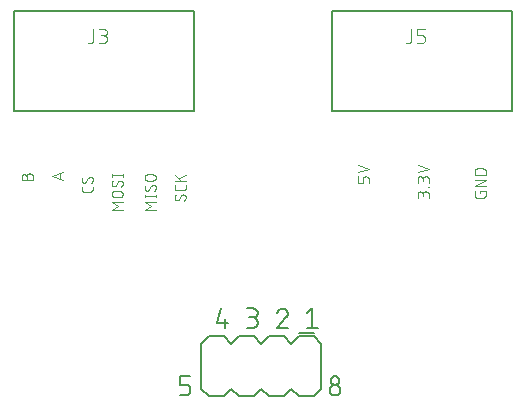
<source format=gbr>
G04 EAGLE Gerber RS-274X export*
G75*
%MOMM*%
%FSLAX34Y34*%
%LPD*%
%INSilkscreen Top*%
%IPPOS*%
%AMOC8*
5,1,8,0,0,1.08239X$1,22.5*%
G01*
%ADD10C,0.152400*%
%ADD11C,0.076200*%
%ADD12C,0.200000*%
%ADD13C,0.101600*%
%ADD14C,0.203200*%


D10*
X280162Y83256D02*
X284678Y86868D01*
X284678Y70612D01*
X289193Y70612D02*
X280162Y70612D01*
X263793Y82804D02*
X263791Y82929D01*
X263785Y83054D01*
X263776Y83179D01*
X263762Y83303D01*
X263745Y83427D01*
X263724Y83551D01*
X263699Y83673D01*
X263670Y83795D01*
X263638Y83916D01*
X263602Y84036D01*
X263562Y84155D01*
X263519Y84272D01*
X263472Y84388D01*
X263421Y84503D01*
X263367Y84615D01*
X263309Y84727D01*
X263249Y84836D01*
X263184Y84943D01*
X263117Y85049D01*
X263046Y85152D01*
X262972Y85253D01*
X262895Y85352D01*
X262815Y85448D01*
X262732Y85542D01*
X262647Y85633D01*
X262558Y85722D01*
X262467Y85807D01*
X262373Y85890D01*
X262277Y85970D01*
X262178Y86047D01*
X262077Y86121D01*
X261974Y86192D01*
X261868Y86259D01*
X261761Y86324D01*
X261652Y86384D01*
X261540Y86442D01*
X261428Y86496D01*
X261313Y86547D01*
X261197Y86594D01*
X261080Y86637D01*
X260961Y86677D01*
X260841Y86713D01*
X260720Y86745D01*
X260598Y86774D01*
X260476Y86799D01*
X260352Y86820D01*
X260228Y86837D01*
X260104Y86851D01*
X259979Y86860D01*
X259854Y86866D01*
X259729Y86868D01*
X259586Y86866D01*
X259444Y86860D01*
X259301Y86850D01*
X259159Y86837D01*
X259018Y86819D01*
X258876Y86798D01*
X258736Y86773D01*
X258596Y86744D01*
X258457Y86711D01*
X258319Y86674D01*
X258182Y86634D01*
X258047Y86590D01*
X257912Y86542D01*
X257779Y86490D01*
X257647Y86435D01*
X257517Y86376D01*
X257389Y86314D01*
X257262Y86248D01*
X257137Y86179D01*
X257014Y86107D01*
X256894Y86031D01*
X256775Y85952D01*
X256658Y85869D01*
X256544Y85784D01*
X256432Y85695D01*
X256323Y85604D01*
X256216Y85509D01*
X256111Y85412D01*
X256010Y85311D01*
X255911Y85208D01*
X255815Y85103D01*
X255722Y84994D01*
X255632Y84883D01*
X255545Y84770D01*
X255461Y84655D01*
X255381Y84537D01*
X255303Y84417D01*
X255229Y84295D01*
X255159Y84171D01*
X255091Y84045D01*
X255028Y83917D01*
X254967Y83788D01*
X254910Y83657D01*
X254857Y83525D01*
X254808Y83391D01*
X254762Y83256D01*
X262438Y79643D02*
X262532Y79735D01*
X262622Y79829D01*
X262710Y79926D01*
X262795Y80026D01*
X262877Y80128D01*
X262956Y80233D01*
X263031Y80340D01*
X263103Y80449D01*
X263172Y80560D01*
X263238Y80674D01*
X263300Y80789D01*
X263359Y80906D01*
X263414Y81025D01*
X263465Y81145D01*
X263513Y81267D01*
X263558Y81390D01*
X263598Y81514D01*
X263635Y81640D01*
X263668Y81767D01*
X263697Y81894D01*
X263723Y82023D01*
X263744Y82152D01*
X263762Y82282D01*
X263775Y82412D01*
X263785Y82542D01*
X263791Y82673D01*
X263793Y82804D01*
X262438Y79643D02*
X254762Y70612D01*
X263793Y70612D01*
X233878Y70612D02*
X229362Y70612D01*
X233878Y70612D02*
X234011Y70614D01*
X234143Y70620D01*
X234275Y70630D01*
X234407Y70643D01*
X234539Y70661D01*
X234669Y70682D01*
X234800Y70707D01*
X234929Y70736D01*
X235057Y70769D01*
X235185Y70805D01*
X235311Y70845D01*
X235436Y70889D01*
X235560Y70937D01*
X235682Y70988D01*
X235803Y71043D01*
X235922Y71101D01*
X236040Y71163D01*
X236155Y71228D01*
X236269Y71297D01*
X236380Y71368D01*
X236489Y71444D01*
X236596Y71522D01*
X236701Y71603D01*
X236803Y71688D01*
X236903Y71775D01*
X237000Y71865D01*
X237095Y71958D01*
X237186Y72054D01*
X237275Y72152D01*
X237361Y72253D01*
X237444Y72357D01*
X237524Y72463D01*
X237600Y72571D01*
X237674Y72681D01*
X237744Y72794D01*
X237811Y72908D01*
X237874Y73025D01*
X237934Y73143D01*
X237991Y73263D01*
X238044Y73385D01*
X238093Y73508D01*
X238139Y73632D01*
X238181Y73758D01*
X238219Y73885D01*
X238254Y74013D01*
X238285Y74142D01*
X238312Y74271D01*
X238335Y74402D01*
X238355Y74533D01*
X238370Y74665D01*
X238382Y74797D01*
X238390Y74929D01*
X238394Y75062D01*
X238394Y75194D01*
X238390Y75327D01*
X238382Y75459D01*
X238370Y75591D01*
X238355Y75723D01*
X238335Y75854D01*
X238312Y75985D01*
X238285Y76114D01*
X238254Y76243D01*
X238219Y76371D01*
X238181Y76498D01*
X238139Y76624D01*
X238093Y76748D01*
X238044Y76871D01*
X237991Y76993D01*
X237934Y77113D01*
X237874Y77231D01*
X237811Y77348D01*
X237744Y77462D01*
X237674Y77575D01*
X237600Y77685D01*
X237524Y77793D01*
X237444Y77899D01*
X237361Y78003D01*
X237275Y78104D01*
X237186Y78202D01*
X237095Y78298D01*
X237000Y78391D01*
X236903Y78481D01*
X236803Y78568D01*
X236701Y78653D01*
X236596Y78734D01*
X236489Y78812D01*
X236380Y78888D01*
X236269Y78959D01*
X236155Y79028D01*
X236040Y79093D01*
X235922Y79155D01*
X235803Y79213D01*
X235682Y79268D01*
X235560Y79319D01*
X235436Y79367D01*
X235311Y79411D01*
X235185Y79451D01*
X235057Y79487D01*
X234929Y79520D01*
X234800Y79549D01*
X234669Y79574D01*
X234539Y79595D01*
X234407Y79613D01*
X234275Y79626D01*
X234143Y79636D01*
X234011Y79642D01*
X233878Y79644D01*
X234781Y86868D02*
X229362Y86868D01*
X234781Y86868D02*
X234900Y86866D01*
X235020Y86860D01*
X235139Y86850D01*
X235257Y86836D01*
X235376Y86819D01*
X235493Y86797D01*
X235610Y86772D01*
X235725Y86742D01*
X235840Y86709D01*
X235954Y86672D01*
X236066Y86632D01*
X236177Y86587D01*
X236286Y86539D01*
X236394Y86488D01*
X236500Y86433D01*
X236604Y86374D01*
X236706Y86312D01*
X236806Y86247D01*
X236904Y86178D01*
X237000Y86106D01*
X237093Y86031D01*
X237183Y85954D01*
X237271Y85873D01*
X237356Y85789D01*
X237438Y85702D01*
X237518Y85613D01*
X237594Y85521D01*
X237668Y85427D01*
X237738Y85330D01*
X237805Y85232D01*
X237869Y85131D01*
X237929Y85027D01*
X237986Y84922D01*
X238039Y84815D01*
X238089Y84707D01*
X238135Y84597D01*
X238177Y84485D01*
X238216Y84372D01*
X238251Y84258D01*
X238282Y84143D01*
X238310Y84026D01*
X238333Y83909D01*
X238353Y83792D01*
X238369Y83673D01*
X238381Y83554D01*
X238389Y83435D01*
X238393Y83316D01*
X238393Y83196D01*
X238389Y83077D01*
X238381Y82958D01*
X238369Y82839D01*
X238353Y82720D01*
X238333Y82603D01*
X238310Y82486D01*
X238282Y82369D01*
X238251Y82254D01*
X238216Y82140D01*
X238177Y82027D01*
X238135Y81915D01*
X238089Y81805D01*
X238039Y81697D01*
X237986Y81590D01*
X237929Y81485D01*
X237869Y81381D01*
X237805Y81280D01*
X237738Y81182D01*
X237668Y81085D01*
X237594Y80991D01*
X237518Y80899D01*
X237438Y80810D01*
X237356Y80723D01*
X237271Y80639D01*
X237183Y80558D01*
X237093Y80481D01*
X237000Y80406D01*
X236904Y80334D01*
X236806Y80265D01*
X236706Y80200D01*
X236604Y80138D01*
X236500Y80079D01*
X236394Y80024D01*
X236286Y79973D01*
X236177Y79925D01*
X236066Y79880D01*
X235954Y79840D01*
X235840Y79803D01*
X235725Y79770D01*
X235610Y79740D01*
X235493Y79715D01*
X235376Y79693D01*
X235257Y79676D01*
X235139Y79662D01*
X235020Y79652D01*
X234900Y79646D01*
X234781Y79644D01*
X234781Y79643D02*
X231168Y79643D01*
X207574Y86868D02*
X203962Y74224D01*
X212993Y74224D01*
X210284Y77837D02*
X210284Y70612D01*
X177631Y13462D02*
X172212Y13462D01*
X177631Y13462D02*
X177749Y13464D01*
X177867Y13470D01*
X177985Y13479D01*
X178102Y13493D01*
X178219Y13510D01*
X178336Y13531D01*
X178451Y13556D01*
X178566Y13585D01*
X178680Y13618D01*
X178792Y13654D01*
X178903Y13694D01*
X179013Y13737D01*
X179122Y13784D01*
X179229Y13834D01*
X179334Y13889D01*
X179437Y13946D01*
X179538Y14007D01*
X179638Y14071D01*
X179735Y14138D01*
X179830Y14208D01*
X179922Y14282D01*
X180013Y14358D01*
X180100Y14438D01*
X180185Y14520D01*
X180267Y14605D01*
X180347Y14692D01*
X180423Y14783D01*
X180497Y14875D01*
X180567Y14970D01*
X180634Y15067D01*
X180698Y15167D01*
X180759Y15268D01*
X180816Y15371D01*
X180871Y15476D01*
X180921Y15583D01*
X180968Y15692D01*
X181011Y15802D01*
X181051Y15913D01*
X181087Y16025D01*
X181120Y16139D01*
X181149Y16254D01*
X181174Y16369D01*
X181195Y16486D01*
X181212Y16603D01*
X181226Y16720D01*
X181235Y16838D01*
X181241Y16956D01*
X181243Y17074D01*
X181243Y18881D01*
X181241Y18999D01*
X181235Y19117D01*
X181226Y19235D01*
X181212Y19352D01*
X181195Y19469D01*
X181174Y19586D01*
X181149Y19701D01*
X181120Y19816D01*
X181087Y19930D01*
X181051Y20042D01*
X181011Y20153D01*
X180968Y20263D01*
X180921Y20372D01*
X180871Y20479D01*
X180816Y20584D01*
X180759Y20687D01*
X180698Y20788D01*
X180634Y20888D01*
X180567Y20985D01*
X180497Y21080D01*
X180423Y21172D01*
X180347Y21263D01*
X180267Y21350D01*
X180185Y21435D01*
X180100Y21517D01*
X180013Y21597D01*
X179922Y21673D01*
X179830Y21747D01*
X179735Y21817D01*
X179638Y21884D01*
X179538Y21948D01*
X179437Y22009D01*
X179334Y22066D01*
X179229Y22121D01*
X179122Y22171D01*
X179013Y22218D01*
X178903Y22261D01*
X178792Y22301D01*
X178680Y22337D01*
X178566Y22370D01*
X178451Y22399D01*
X178336Y22424D01*
X178219Y22445D01*
X178102Y22462D01*
X177985Y22476D01*
X177867Y22485D01*
X177749Y22491D01*
X177631Y22493D01*
X172212Y22493D01*
X172212Y29718D01*
X181243Y29718D01*
X299212Y17978D02*
X299214Y18111D01*
X299220Y18243D01*
X299230Y18375D01*
X299243Y18507D01*
X299261Y18639D01*
X299282Y18769D01*
X299307Y18900D01*
X299336Y19029D01*
X299369Y19157D01*
X299405Y19285D01*
X299445Y19411D01*
X299489Y19536D01*
X299537Y19660D01*
X299588Y19782D01*
X299643Y19903D01*
X299701Y20022D01*
X299763Y20140D01*
X299828Y20255D01*
X299897Y20369D01*
X299968Y20480D01*
X300044Y20589D01*
X300122Y20696D01*
X300203Y20801D01*
X300288Y20903D01*
X300375Y21003D01*
X300465Y21100D01*
X300558Y21195D01*
X300654Y21286D01*
X300752Y21375D01*
X300853Y21461D01*
X300957Y21544D01*
X301063Y21624D01*
X301171Y21700D01*
X301281Y21774D01*
X301394Y21844D01*
X301508Y21911D01*
X301625Y21974D01*
X301743Y22034D01*
X301863Y22091D01*
X301985Y22144D01*
X302108Y22193D01*
X302232Y22239D01*
X302358Y22281D01*
X302485Y22319D01*
X302613Y22354D01*
X302742Y22385D01*
X302871Y22412D01*
X303002Y22435D01*
X303133Y22455D01*
X303265Y22470D01*
X303397Y22482D01*
X303529Y22490D01*
X303662Y22494D01*
X303794Y22494D01*
X303927Y22490D01*
X304059Y22482D01*
X304191Y22470D01*
X304323Y22455D01*
X304454Y22435D01*
X304585Y22412D01*
X304714Y22385D01*
X304843Y22354D01*
X304971Y22319D01*
X305098Y22281D01*
X305224Y22239D01*
X305348Y22193D01*
X305471Y22144D01*
X305593Y22091D01*
X305713Y22034D01*
X305831Y21974D01*
X305948Y21911D01*
X306062Y21844D01*
X306175Y21774D01*
X306285Y21700D01*
X306393Y21624D01*
X306499Y21544D01*
X306603Y21461D01*
X306704Y21375D01*
X306802Y21286D01*
X306898Y21195D01*
X306991Y21100D01*
X307081Y21003D01*
X307168Y20903D01*
X307253Y20801D01*
X307334Y20696D01*
X307412Y20589D01*
X307488Y20480D01*
X307559Y20369D01*
X307628Y20255D01*
X307693Y20140D01*
X307755Y20022D01*
X307813Y19903D01*
X307868Y19782D01*
X307919Y19660D01*
X307967Y19536D01*
X308011Y19411D01*
X308051Y19285D01*
X308087Y19157D01*
X308120Y19029D01*
X308149Y18900D01*
X308174Y18769D01*
X308195Y18639D01*
X308213Y18507D01*
X308226Y18375D01*
X308236Y18243D01*
X308242Y18111D01*
X308244Y17978D01*
X308242Y17845D01*
X308236Y17713D01*
X308226Y17581D01*
X308213Y17449D01*
X308195Y17317D01*
X308174Y17187D01*
X308149Y17056D01*
X308120Y16927D01*
X308087Y16799D01*
X308051Y16671D01*
X308011Y16545D01*
X307967Y16420D01*
X307919Y16296D01*
X307868Y16174D01*
X307813Y16053D01*
X307755Y15934D01*
X307693Y15816D01*
X307628Y15701D01*
X307559Y15587D01*
X307488Y15476D01*
X307412Y15367D01*
X307334Y15260D01*
X307253Y15155D01*
X307168Y15053D01*
X307081Y14953D01*
X306991Y14856D01*
X306898Y14761D01*
X306802Y14670D01*
X306704Y14581D01*
X306603Y14495D01*
X306499Y14412D01*
X306393Y14332D01*
X306285Y14256D01*
X306175Y14182D01*
X306062Y14112D01*
X305948Y14045D01*
X305831Y13982D01*
X305713Y13922D01*
X305593Y13865D01*
X305471Y13812D01*
X305348Y13763D01*
X305224Y13717D01*
X305098Y13675D01*
X304971Y13637D01*
X304843Y13602D01*
X304714Y13571D01*
X304585Y13544D01*
X304454Y13521D01*
X304323Y13501D01*
X304191Y13486D01*
X304059Y13474D01*
X303927Y13466D01*
X303794Y13462D01*
X303662Y13462D01*
X303529Y13466D01*
X303397Y13474D01*
X303265Y13486D01*
X303133Y13501D01*
X303002Y13521D01*
X302871Y13544D01*
X302742Y13571D01*
X302613Y13602D01*
X302485Y13637D01*
X302358Y13675D01*
X302232Y13717D01*
X302108Y13763D01*
X301985Y13812D01*
X301863Y13865D01*
X301743Y13922D01*
X301625Y13982D01*
X301508Y14045D01*
X301394Y14112D01*
X301281Y14182D01*
X301171Y14256D01*
X301063Y14332D01*
X300957Y14412D01*
X300853Y14495D01*
X300752Y14581D01*
X300654Y14670D01*
X300558Y14761D01*
X300465Y14856D01*
X300375Y14953D01*
X300288Y15053D01*
X300203Y15155D01*
X300122Y15260D01*
X300044Y15367D01*
X299968Y15476D01*
X299897Y15587D01*
X299828Y15701D01*
X299763Y15816D01*
X299701Y15934D01*
X299643Y16053D01*
X299588Y16174D01*
X299537Y16296D01*
X299489Y16420D01*
X299445Y16545D01*
X299405Y16671D01*
X299369Y16799D01*
X299336Y16927D01*
X299307Y17056D01*
X299282Y17187D01*
X299261Y17317D01*
X299243Y17449D01*
X299230Y17581D01*
X299220Y17713D01*
X299214Y17845D01*
X299212Y17978D01*
X300116Y26106D02*
X300118Y26225D01*
X300124Y26345D01*
X300134Y26464D01*
X300148Y26582D01*
X300165Y26701D01*
X300187Y26818D01*
X300212Y26935D01*
X300242Y27050D01*
X300275Y27165D01*
X300312Y27279D01*
X300352Y27391D01*
X300397Y27502D01*
X300445Y27611D01*
X300496Y27719D01*
X300551Y27825D01*
X300610Y27929D01*
X300672Y28031D01*
X300737Y28131D01*
X300806Y28229D01*
X300878Y28325D01*
X300953Y28418D01*
X301030Y28508D01*
X301111Y28596D01*
X301195Y28681D01*
X301282Y28763D01*
X301371Y28843D01*
X301463Y28919D01*
X301557Y28993D01*
X301654Y29063D01*
X301752Y29130D01*
X301853Y29194D01*
X301957Y29254D01*
X302062Y29311D01*
X302169Y29364D01*
X302277Y29414D01*
X302387Y29460D01*
X302499Y29502D01*
X302612Y29541D01*
X302726Y29576D01*
X302841Y29607D01*
X302958Y29635D01*
X303075Y29658D01*
X303192Y29678D01*
X303311Y29694D01*
X303430Y29706D01*
X303549Y29714D01*
X303668Y29718D01*
X303788Y29718D01*
X303907Y29714D01*
X304026Y29706D01*
X304145Y29694D01*
X304264Y29678D01*
X304381Y29658D01*
X304498Y29635D01*
X304615Y29607D01*
X304730Y29576D01*
X304844Y29541D01*
X304957Y29502D01*
X305069Y29460D01*
X305179Y29414D01*
X305287Y29364D01*
X305394Y29311D01*
X305499Y29254D01*
X305603Y29194D01*
X305704Y29130D01*
X305802Y29063D01*
X305899Y28993D01*
X305993Y28919D01*
X306085Y28843D01*
X306174Y28763D01*
X306261Y28681D01*
X306345Y28596D01*
X306426Y28508D01*
X306503Y28418D01*
X306578Y28325D01*
X306650Y28229D01*
X306719Y28131D01*
X306784Y28031D01*
X306846Y27929D01*
X306905Y27825D01*
X306960Y27719D01*
X307011Y27611D01*
X307059Y27502D01*
X307104Y27391D01*
X307144Y27279D01*
X307181Y27165D01*
X307214Y27050D01*
X307244Y26935D01*
X307269Y26818D01*
X307291Y26701D01*
X307308Y26582D01*
X307322Y26464D01*
X307332Y26345D01*
X307338Y26225D01*
X307340Y26106D01*
X307338Y25987D01*
X307332Y25867D01*
X307322Y25748D01*
X307308Y25630D01*
X307291Y25511D01*
X307269Y25394D01*
X307244Y25277D01*
X307214Y25162D01*
X307181Y25047D01*
X307144Y24933D01*
X307104Y24821D01*
X307059Y24710D01*
X307011Y24601D01*
X306960Y24493D01*
X306905Y24387D01*
X306846Y24283D01*
X306784Y24181D01*
X306719Y24081D01*
X306650Y23983D01*
X306578Y23887D01*
X306503Y23794D01*
X306426Y23704D01*
X306345Y23616D01*
X306261Y23531D01*
X306174Y23449D01*
X306085Y23369D01*
X305993Y23293D01*
X305899Y23219D01*
X305802Y23149D01*
X305704Y23082D01*
X305603Y23018D01*
X305499Y22958D01*
X305394Y22901D01*
X305287Y22848D01*
X305179Y22798D01*
X305069Y22752D01*
X304957Y22710D01*
X304844Y22671D01*
X304730Y22636D01*
X304615Y22605D01*
X304498Y22577D01*
X304381Y22554D01*
X304264Y22534D01*
X304145Y22518D01*
X304026Y22506D01*
X303907Y22498D01*
X303788Y22494D01*
X303668Y22494D01*
X303549Y22498D01*
X303430Y22506D01*
X303311Y22518D01*
X303192Y22534D01*
X303075Y22554D01*
X302958Y22577D01*
X302841Y22605D01*
X302726Y22636D01*
X302612Y22671D01*
X302499Y22710D01*
X302387Y22752D01*
X302277Y22798D01*
X302169Y22848D01*
X302062Y22901D01*
X301957Y22958D01*
X301853Y23018D01*
X301752Y23082D01*
X301654Y23149D01*
X301557Y23219D01*
X301463Y23293D01*
X301371Y23369D01*
X301282Y23449D01*
X301195Y23531D01*
X301111Y23616D01*
X301030Y23704D01*
X300953Y23794D01*
X300878Y23887D01*
X300806Y23983D01*
X300737Y24081D01*
X300672Y24181D01*
X300610Y24283D01*
X300551Y24387D01*
X300496Y24493D01*
X300445Y24601D01*
X300397Y24710D01*
X300352Y24821D01*
X300312Y24933D01*
X300275Y25047D01*
X300242Y25162D01*
X300212Y25277D01*
X300187Y25394D01*
X300165Y25511D01*
X300148Y25630D01*
X300134Y25748D01*
X300124Y25867D01*
X300118Y25987D01*
X300116Y26106D01*
D11*
X42658Y195961D02*
X42658Y198572D01*
X42657Y198572D02*
X42659Y198673D01*
X42665Y198774D01*
X42675Y198875D01*
X42688Y198975D01*
X42706Y199075D01*
X42727Y199174D01*
X42753Y199272D01*
X42782Y199369D01*
X42814Y199465D01*
X42851Y199559D01*
X42891Y199652D01*
X42935Y199744D01*
X42982Y199833D01*
X43033Y199921D01*
X43087Y200007D01*
X43144Y200090D01*
X43204Y200172D01*
X43268Y200250D01*
X43334Y200327D01*
X43404Y200400D01*
X43476Y200471D01*
X43551Y200539D01*
X43629Y200604D01*
X43709Y200666D01*
X43791Y200725D01*
X43876Y200781D01*
X43963Y200833D01*
X44051Y200882D01*
X44142Y200928D01*
X44234Y200969D01*
X44328Y201008D01*
X44423Y201042D01*
X44519Y201073D01*
X44617Y201100D01*
X44715Y201124D01*
X44815Y201143D01*
X44915Y201159D01*
X45015Y201171D01*
X45116Y201179D01*
X45217Y201183D01*
X45319Y201183D01*
X45420Y201179D01*
X45521Y201171D01*
X45621Y201159D01*
X45721Y201143D01*
X45821Y201124D01*
X45919Y201100D01*
X46017Y201073D01*
X46113Y201042D01*
X46208Y201008D01*
X46302Y200969D01*
X46394Y200928D01*
X46485Y200882D01*
X46574Y200833D01*
X46660Y200781D01*
X46745Y200725D01*
X46827Y200666D01*
X46907Y200604D01*
X46985Y200539D01*
X47060Y200471D01*
X47132Y200400D01*
X47202Y200327D01*
X47268Y200250D01*
X47332Y200172D01*
X47392Y200090D01*
X47449Y200007D01*
X47503Y199921D01*
X47554Y199833D01*
X47601Y199744D01*
X47645Y199652D01*
X47685Y199559D01*
X47722Y199465D01*
X47754Y199369D01*
X47783Y199272D01*
X47809Y199174D01*
X47830Y199075D01*
X47848Y198975D01*
X47861Y198875D01*
X47871Y198774D01*
X47877Y198673D01*
X47879Y198572D01*
X47879Y195961D01*
X38481Y195961D01*
X38481Y198572D01*
X38483Y198662D01*
X38489Y198751D01*
X38498Y198841D01*
X38512Y198930D01*
X38529Y199018D01*
X38550Y199105D01*
X38575Y199192D01*
X38604Y199277D01*
X38636Y199361D01*
X38671Y199443D01*
X38711Y199524D01*
X38753Y199603D01*
X38799Y199680D01*
X38849Y199755D01*
X38901Y199828D01*
X38957Y199899D01*
X39015Y199967D01*
X39077Y200032D01*
X39141Y200095D01*
X39208Y200155D01*
X39277Y200212D01*
X39349Y200266D01*
X39423Y200317D01*
X39499Y200365D01*
X39577Y200409D01*
X39657Y200450D01*
X39739Y200488D01*
X39822Y200522D01*
X39907Y200552D01*
X39993Y200579D01*
X40079Y200602D01*
X40167Y200621D01*
X40256Y200636D01*
X40345Y200648D01*
X40434Y200656D01*
X40524Y200660D01*
X40614Y200660D01*
X40704Y200656D01*
X40793Y200648D01*
X40882Y200636D01*
X40971Y200621D01*
X41059Y200602D01*
X41145Y200579D01*
X41231Y200552D01*
X41316Y200522D01*
X41399Y200488D01*
X41481Y200450D01*
X41561Y200409D01*
X41639Y200365D01*
X41715Y200317D01*
X41789Y200266D01*
X41861Y200212D01*
X41930Y200155D01*
X41997Y200095D01*
X42061Y200032D01*
X42123Y199967D01*
X42181Y199899D01*
X42237Y199828D01*
X42289Y199755D01*
X42339Y199680D01*
X42385Y199603D01*
X42427Y199524D01*
X42467Y199443D01*
X42502Y199361D01*
X42534Y199277D01*
X42563Y199192D01*
X42588Y199105D01*
X42609Y199018D01*
X42626Y198930D01*
X42640Y198841D01*
X42649Y198751D01*
X42655Y198662D01*
X42657Y198572D01*
X63881Y199094D02*
X73279Y195961D01*
X73279Y202226D02*
X63881Y199094D01*
X70930Y201443D02*
X70930Y196744D01*
X98679Y189978D02*
X98679Y187889D01*
X98677Y187800D01*
X98671Y187712D01*
X98662Y187624D01*
X98649Y187536D01*
X98632Y187449D01*
X98612Y187363D01*
X98587Y187278D01*
X98560Y187193D01*
X98528Y187110D01*
X98494Y187029D01*
X98455Y186949D01*
X98414Y186871D01*
X98369Y186794D01*
X98321Y186720D01*
X98270Y186647D01*
X98216Y186577D01*
X98158Y186510D01*
X98098Y186444D01*
X98036Y186382D01*
X97970Y186322D01*
X97903Y186264D01*
X97833Y186210D01*
X97760Y186159D01*
X97686Y186111D01*
X97609Y186066D01*
X97531Y186025D01*
X97451Y185986D01*
X97370Y185952D01*
X97287Y185920D01*
X97202Y185893D01*
X97117Y185868D01*
X97031Y185848D01*
X96944Y185831D01*
X96856Y185818D01*
X96768Y185809D01*
X96680Y185803D01*
X96591Y185801D01*
X91369Y185801D01*
X91278Y185803D01*
X91187Y185809D01*
X91096Y185819D01*
X91006Y185833D01*
X90917Y185851D01*
X90828Y185872D01*
X90741Y185898D01*
X90655Y185927D01*
X90570Y185960D01*
X90486Y185997D01*
X90404Y186037D01*
X90325Y186081D01*
X90247Y186128D01*
X90171Y186179D01*
X90097Y186233D01*
X90026Y186290D01*
X89958Y186350D01*
X89892Y186413D01*
X89829Y186479D01*
X89769Y186547D01*
X89712Y186618D01*
X89658Y186692D01*
X89607Y186768D01*
X89560Y186845D01*
X89516Y186925D01*
X89476Y187007D01*
X89439Y187091D01*
X89406Y187175D01*
X89377Y187262D01*
X89351Y187349D01*
X89330Y187438D01*
X89312Y187527D01*
X89298Y187617D01*
X89288Y187708D01*
X89282Y187799D01*
X89280Y187890D01*
X89281Y187889D02*
X89281Y189978D01*
X96591Y198363D02*
X96680Y198361D01*
X96768Y198355D01*
X96856Y198346D01*
X96944Y198333D01*
X97031Y198316D01*
X97117Y198296D01*
X97202Y198271D01*
X97287Y198244D01*
X97370Y198212D01*
X97451Y198178D01*
X97531Y198139D01*
X97609Y198098D01*
X97686Y198053D01*
X97760Y198005D01*
X97833Y197954D01*
X97903Y197900D01*
X97970Y197842D01*
X98036Y197782D01*
X98098Y197720D01*
X98158Y197654D01*
X98216Y197587D01*
X98270Y197517D01*
X98321Y197444D01*
X98369Y197370D01*
X98414Y197293D01*
X98455Y197215D01*
X98494Y197135D01*
X98528Y197054D01*
X98560Y196971D01*
X98587Y196886D01*
X98612Y196801D01*
X98632Y196715D01*
X98649Y196628D01*
X98662Y196540D01*
X98671Y196452D01*
X98677Y196364D01*
X98679Y196275D01*
X98677Y196146D01*
X98671Y196017D01*
X98662Y195888D01*
X98649Y195760D01*
X98632Y195632D01*
X98611Y195505D01*
X98587Y195378D01*
X98559Y195252D01*
X98527Y195127D01*
X98492Y195003D01*
X98453Y194880D01*
X98410Y194758D01*
X98364Y194638D01*
X98314Y194519D01*
X98261Y194401D01*
X98205Y194285D01*
X98145Y194171D01*
X98082Y194058D01*
X98015Y193948D01*
X97946Y193839D01*
X97873Y193733D01*
X97797Y193628D01*
X97718Y193526D01*
X97636Y193427D01*
X97552Y193329D01*
X97464Y193234D01*
X97374Y193142D01*
X91369Y193403D02*
X91280Y193405D01*
X91192Y193411D01*
X91104Y193420D01*
X91016Y193433D01*
X90929Y193450D01*
X90843Y193470D01*
X90758Y193495D01*
X90673Y193522D01*
X90590Y193554D01*
X90509Y193588D01*
X90429Y193627D01*
X90351Y193668D01*
X90274Y193713D01*
X90200Y193761D01*
X90127Y193812D01*
X90057Y193866D01*
X89990Y193924D01*
X89924Y193984D01*
X89862Y194046D01*
X89802Y194112D01*
X89744Y194179D01*
X89690Y194249D01*
X89639Y194322D01*
X89591Y194396D01*
X89546Y194473D01*
X89505Y194551D01*
X89466Y194631D01*
X89432Y194712D01*
X89400Y194795D01*
X89373Y194880D01*
X89348Y194965D01*
X89328Y195051D01*
X89311Y195138D01*
X89298Y195226D01*
X89289Y195314D01*
X89283Y195402D01*
X89281Y195491D01*
X89283Y195611D01*
X89288Y195731D01*
X89298Y195850D01*
X89310Y195970D01*
X89327Y196089D01*
X89347Y196207D01*
X89371Y196325D01*
X89398Y196441D01*
X89429Y196557D01*
X89463Y196672D01*
X89501Y196786D01*
X89543Y196899D01*
X89588Y197010D01*
X89636Y197120D01*
X89687Y197228D01*
X89742Y197335D01*
X89800Y197440D01*
X89862Y197543D01*
X89926Y197644D01*
X89994Y197744D01*
X90064Y197841D01*
X93196Y194447D02*
X93148Y194369D01*
X93096Y194293D01*
X93042Y194220D01*
X92984Y194149D01*
X92923Y194080D01*
X92859Y194014D01*
X92792Y193951D01*
X92723Y193891D01*
X92651Y193834D01*
X92577Y193780D01*
X92500Y193730D01*
X92421Y193682D01*
X92341Y193639D01*
X92258Y193598D01*
X92174Y193562D01*
X92089Y193529D01*
X92002Y193500D01*
X91913Y193474D01*
X91824Y193452D01*
X91734Y193435D01*
X91644Y193421D01*
X91552Y193411D01*
X91461Y193405D01*
X91369Y193403D01*
X94764Y197319D02*
X94812Y197397D01*
X94864Y197473D01*
X94918Y197546D01*
X94976Y197617D01*
X95037Y197686D01*
X95101Y197752D01*
X95168Y197815D01*
X95237Y197875D01*
X95309Y197932D01*
X95383Y197986D01*
X95460Y198036D01*
X95539Y198084D01*
X95619Y198127D01*
X95702Y198168D01*
X95786Y198204D01*
X95871Y198237D01*
X95958Y198266D01*
X96047Y198292D01*
X96136Y198314D01*
X96226Y198331D01*
X96316Y198345D01*
X96408Y198355D01*
X96499Y198361D01*
X96591Y198363D01*
X94763Y197319D02*
X93197Y194447D01*
X114681Y170561D02*
X124079Y170561D01*
X119902Y173694D02*
X114681Y170561D01*
X119902Y173694D02*
X114681Y176826D01*
X124079Y176826D01*
X121468Y181141D02*
X117292Y181141D01*
X117191Y181143D01*
X117090Y181149D01*
X116989Y181159D01*
X116889Y181172D01*
X116789Y181190D01*
X116690Y181211D01*
X116592Y181237D01*
X116495Y181266D01*
X116399Y181298D01*
X116305Y181335D01*
X116212Y181375D01*
X116120Y181419D01*
X116031Y181466D01*
X115943Y181517D01*
X115857Y181571D01*
X115774Y181628D01*
X115692Y181688D01*
X115614Y181752D01*
X115537Y181818D01*
X115464Y181888D01*
X115393Y181960D01*
X115325Y182035D01*
X115260Y182113D01*
X115198Y182193D01*
X115139Y182275D01*
X115083Y182360D01*
X115031Y182447D01*
X114982Y182535D01*
X114936Y182626D01*
X114895Y182718D01*
X114856Y182812D01*
X114822Y182907D01*
X114791Y183003D01*
X114764Y183101D01*
X114740Y183199D01*
X114721Y183299D01*
X114705Y183399D01*
X114693Y183499D01*
X114685Y183600D01*
X114681Y183701D01*
X114681Y183803D01*
X114685Y183904D01*
X114693Y184005D01*
X114705Y184105D01*
X114721Y184205D01*
X114740Y184305D01*
X114764Y184403D01*
X114791Y184501D01*
X114822Y184597D01*
X114856Y184692D01*
X114895Y184786D01*
X114936Y184878D01*
X114982Y184969D01*
X115031Y185058D01*
X115083Y185144D01*
X115139Y185229D01*
X115198Y185311D01*
X115260Y185391D01*
X115325Y185469D01*
X115393Y185544D01*
X115464Y185616D01*
X115537Y185686D01*
X115614Y185752D01*
X115692Y185816D01*
X115774Y185876D01*
X115857Y185933D01*
X115943Y185987D01*
X116031Y186038D01*
X116120Y186085D01*
X116212Y186129D01*
X116305Y186169D01*
X116399Y186206D01*
X116495Y186238D01*
X116592Y186267D01*
X116690Y186293D01*
X116789Y186314D01*
X116889Y186332D01*
X116989Y186345D01*
X117090Y186355D01*
X117191Y186361D01*
X117292Y186363D01*
X121468Y186363D01*
X121569Y186361D01*
X121670Y186355D01*
X121771Y186345D01*
X121871Y186332D01*
X121971Y186314D01*
X122070Y186293D01*
X122168Y186267D01*
X122265Y186238D01*
X122361Y186206D01*
X122455Y186169D01*
X122548Y186129D01*
X122640Y186085D01*
X122729Y186038D01*
X122817Y185987D01*
X122903Y185933D01*
X122986Y185876D01*
X123068Y185816D01*
X123146Y185752D01*
X123223Y185686D01*
X123296Y185616D01*
X123367Y185544D01*
X123435Y185469D01*
X123500Y185391D01*
X123562Y185311D01*
X123621Y185229D01*
X123677Y185144D01*
X123729Y185057D01*
X123778Y184969D01*
X123824Y184878D01*
X123865Y184786D01*
X123904Y184692D01*
X123938Y184597D01*
X123969Y184501D01*
X123996Y184403D01*
X124020Y184305D01*
X124039Y184205D01*
X124055Y184105D01*
X124067Y184005D01*
X124075Y183904D01*
X124079Y183803D01*
X124079Y183701D01*
X124075Y183600D01*
X124067Y183499D01*
X124055Y183399D01*
X124039Y183299D01*
X124020Y183199D01*
X123996Y183101D01*
X123969Y183003D01*
X123938Y182907D01*
X123904Y182812D01*
X123865Y182718D01*
X123824Y182626D01*
X123778Y182535D01*
X123729Y182446D01*
X123677Y182360D01*
X123621Y182275D01*
X123562Y182193D01*
X123500Y182113D01*
X123435Y182035D01*
X123367Y181960D01*
X123296Y181888D01*
X123223Y181818D01*
X123146Y181752D01*
X123068Y181688D01*
X122986Y181628D01*
X122903Y181571D01*
X122817Y181517D01*
X122729Y181466D01*
X122640Y181419D01*
X122548Y181375D01*
X122455Y181335D01*
X122361Y181298D01*
X122265Y181266D01*
X122168Y181237D01*
X122070Y181211D01*
X121971Y181190D01*
X121871Y181172D01*
X121771Y181159D01*
X121670Y181149D01*
X121569Y181143D01*
X121468Y181141D01*
X124079Y193113D02*
X124077Y193202D01*
X124071Y193290D01*
X124062Y193378D01*
X124049Y193466D01*
X124032Y193553D01*
X124012Y193639D01*
X123987Y193724D01*
X123960Y193809D01*
X123928Y193892D01*
X123894Y193973D01*
X123855Y194053D01*
X123814Y194131D01*
X123769Y194208D01*
X123721Y194282D01*
X123670Y194355D01*
X123616Y194425D01*
X123558Y194492D01*
X123498Y194558D01*
X123436Y194620D01*
X123370Y194680D01*
X123303Y194738D01*
X123233Y194792D01*
X123160Y194843D01*
X123086Y194891D01*
X123009Y194936D01*
X122931Y194977D01*
X122851Y195016D01*
X122770Y195050D01*
X122687Y195082D01*
X122602Y195109D01*
X122517Y195134D01*
X122431Y195154D01*
X122344Y195171D01*
X122256Y195184D01*
X122168Y195193D01*
X122080Y195199D01*
X121991Y195201D01*
X124079Y193113D02*
X124077Y192984D01*
X124071Y192855D01*
X124062Y192726D01*
X124049Y192598D01*
X124032Y192470D01*
X124011Y192343D01*
X123987Y192216D01*
X123959Y192090D01*
X123927Y191965D01*
X123892Y191841D01*
X123853Y191718D01*
X123810Y191596D01*
X123764Y191476D01*
X123714Y191357D01*
X123661Y191239D01*
X123605Y191123D01*
X123545Y191009D01*
X123482Y190896D01*
X123415Y190786D01*
X123346Y190677D01*
X123273Y190571D01*
X123197Y190466D01*
X123118Y190364D01*
X123036Y190265D01*
X122952Y190167D01*
X122864Y190072D01*
X122774Y189980D01*
X116769Y190242D02*
X116680Y190244D01*
X116592Y190250D01*
X116504Y190259D01*
X116416Y190272D01*
X116329Y190289D01*
X116243Y190309D01*
X116158Y190334D01*
X116073Y190361D01*
X115990Y190393D01*
X115909Y190427D01*
X115829Y190466D01*
X115751Y190507D01*
X115674Y190552D01*
X115600Y190600D01*
X115527Y190651D01*
X115457Y190705D01*
X115390Y190763D01*
X115324Y190823D01*
X115262Y190885D01*
X115202Y190951D01*
X115144Y191018D01*
X115090Y191088D01*
X115039Y191161D01*
X114991Y191235D01*
X114946Y191312D01*
X114905Y191390D01*
X114866Y191470D01*
X114832Y191551D01*
X114800Y191634D01*
X114773Y191719D01*
X114748Y191804D01*
X114728Y191890D01*
X114711Y191977D01*
X114698Y192065D01*
X114689Y192153D01*
X114683Y192241D01*
X114681Y192330D01*
X114683Y192450D01*
X114688Y192570D01*
X114698Y192689D01*
X114710Y192809D01*
X114727Y192928D01*
X114747Y193046D01*
X114771Y193164D01*
X114798Y193280D01*
X114829Y193396D01*
X114863Y193511D01*
X114901Y193625D01*
X114943Y193738D01*
X114988Y193849D01*
X115036Y193959D01*
X115087Y194067D01*
X115142Y194174D01*
X115200Y194279D01*
X115262Y194382D01*
X115326Y194483D01*
X115394Y194583D01*
X115464Y194680D01*
X118596Y191286D02*
X118548Y191208D01*
X118496Y191132D01*
X118442Y191059D01*
X118384Y190988D01*
X118323Y190919D01*
X118259Y190853D01*
X118192Y190790D01*
X118123Y190730D01*
X118051Y190673D01*
X117977Y190619D01*
X117900Y190569D01*
X117821Y190521D01*
X117741Y190478D01*
X117658Y190437D01*
X117574Y190401D01*
X117489Y190368D01*
X117402Y190339D01*
X117313Y190313D01*
X117224Y190291D01*
X117134Y190274D01*
X117044Y190260D01*
X116952Y190250D01*
X116861Y190244D01*
X116769Y190242D01*
X120164Y194158D02*
X120212Y194236D01*
X120264Y194312D01*
X120318Y194385D01*
X120376Y194456D01*
X120437Y194525D01*
X120501Y194591D01*
X120568Y194654D01*
X120637Y194714D01*
X120709Y194771D01*
X120783Y194825D01*
X120860Y194875D01*
X120939Y194923D01*
X121019Y194966D01*
X121102Y195007D01*
X121186Y195043D01*
X121271Y195076D01*
X121358Y195105D01*
X121447Y195131D01*
X121536Y195153D01*
X121626Y195170D01*
X121716Y195184D01*
X121808Y195194D01*
X121899Y195200D01*
X121991Y195202D01*
X120163Y194158D02*
X118597Y191286D01*
X114681Y199602D02*
X124079Y199602D01*
X124079Y200646D02*
X124079Y198557D01*
X114681Y198557D02*
X114681Y200646D01*
X142621Y170561D02*
X152019Y170561D01*
X147842Y173694D02*
X142621Y170561D01*
X147842Y173694D02*
X142621Y176826D01*
X152019Y176826D01*
X152019Y181923D02*
X142621Y181923D01*
X152019Y180879D02*
X152019Y182967D01*
X142621Y182967D02*
X142621Y180879D01*
X152019Y189456D02*
X152017Y189545D01*
X152011Y189633D01*
X152002Y189721D01*
X151989Y189809D01*
X151972Y189896D01*
X151952Y189982D01*
X151927Y190067D01*
X151900Y190152D01*
X151868Y190235D01*
X151834Y190316D01*
X151795Y190396D01*
X151754Y190474D01*
X151709Y190551D01*
X151661Y190625D01*
X151610Y190698D01*
X151556Y190768D01*
X151498Y190835D01*
X151438Y190901D01*
X151376Y190963D01*
X151310Y191023D01*
X151243Y191081D01*
X151173Y191135D01*
X151100Y191186D01*
X151026Y191234D01*
X150949Y191279D01*
X150871Y191320D01*
X150791Y191359D01*
X150710Y191393D01*
X150627Y191425D01*
X150542Y191452D01*
X150457Y191477D01*
X150371Y191497D01*
X150284Y191514D01*
X150196Y191527D01*
X150108Y191536D01*
X150020Y191542D01*
X149931Y191544D01*
X152019Y189456D02*
X152017Y189327D01*
X152011Y189198D01*
X152002Y189069D01*
X151989Y188941D01*
X151972Y188813D01*
X151951Y188686D01*
X151927Y188559D01*
X151899Y188433D01*
X151867Y188308D01*
X151832Y188184D01*
X151793Y188061D01*
X151750Y187939D01*
X151704Y187819D01*
X151654Y187700D01*
X151601Y187582D01*
X151545Y187466D01*
X151485Y187352D01*
X151422Y187239D01*
X151355Y187129D01*
X151286Y187020D01*
X151213Y186914D01*
X151137Y186809D01*
X151058Y186707D01*
X150976Y186608D01*
X150892Y186510D01*
X150804Y186415D01*
X150714Y186323D01*
X144709Y186585D02*
X144620Y186587D01*
X144532Y186593D01*
X144444Y186602D01*
X144356Y186615D01*
X144269Y186632D01*
X144183Y186652D01*
X144098Y186677D01*
X144013Y186704D01*
X143930Y186736D01*
X143849Y186770D01*
X143769Y186809D01*
X143691Y186850D01*
X143614Y186895D01*
X143540Y186943D01*
X143467Y186994D01*
X143397Y187048D01*
X143330Y187106D01*
X143264Y187166D01*
X143202Y187228D01*
X143142Y187294D01*
X143084Y187361D01*
X143030Y187431D01*
X142979Y187504D01*
X142931Y187578D01*
X142886Y187655D01*
X142845Y187733D01*
X142806Y187813D01*
X142772Y187894D01*
X142740Y187977D01*
X142713Y188062D01*
X142688Y188147D01*
X142668Y188233D01*
X142651Y188320D01*
X142638Y188408D01*
X142629Y188496D01*
X142623Y188584D01*
X142621Y188673D01*
X142623Y188793D01*
X142628Y188913D01*
X142638Y189032D01*
X142650Y189152D01*
X142667Y189271D01*
X142687Y189389D01*
X142711Y189507D01*
X142738Y189623D01*
X142769Y189739D01*
X142803Y189854D01*
X142841Y189968D01*
X142883Y190081D01*
X142928Y190192D01*
X142976Y190302D01*
X143027Y190410D01*
X143082Y190517D01*
X143140Y190622D01*
X143202Y190725D01*
X143266Y190826D01*
X143334Y190926D01*
X143404Y191023D01*
X146536Y187628D02*
X146488Y187550D01*
X146436Y187474D01*
X146382Y187401D01*
X146324Y187330D01*
X146263Y187261D01*
X146199Y187195D01*
X146132Y187132D01*
X146063Y187072D01*
X145991Y187015D01*
X145917Y186961D01*
X145840Y186911D01*
X145761Y186863D01*
X145681Y186820D01*
X145598Y186779D01*
X145514Y186743D01*
X145429Y186710D01*
X145342Y186681D01*
X145253Y186655D01*
X145164Y186633D01*
X145074Y186616D01*
X144984Y186602D01*
X144892Y186592D01*
X144801Y186586D01*
X144709Y186584D01*
X148104Y190500D02*
X148152Y190578D01*
X148204Y190654D01*
X148258Y190727D01*
X148316Y190798D01*
X148377Y190867D01*
X148441Y190933D01*
X148508Y190996D01*
X148577Y191056D01*
X148649Y191113D01*
X148723Y191167D01*
X148800Y191217D01*
X148879Y191265D01*
X148959Y191308D01*
X149042Y191349D01*
X149126Y191385D01*
X149211Y191418D01*
X149298Y191447D01*
X149387Y191473D01*
X149476Y191495D01*
X149566Y191512D01*
X149656Y191526D01*
X149748Y191536D01*
X149839Y191542D01*
X149931Y191544D01*
X148103Y190500D02*
X146537Y187628D01*
X145232Y195162D02*
X149408Y195162D01*
X145232Y195162D02*
X145131Y195164D01*
X145030Y195170D01*
X144929Y195180D01*
X144829Y195193D01*
X144729Y195211D01*
X144630Y195232D01*
X144532Y195258D01*
X144435Y195287D01*
X144339Y195319D01*
X144245Y195356D01*
X144152Y195396D01*
X144060Y195440D01*
X143971Y195487D01*
X143883Y195538D01*
X143797Y195592D01*
X143714Y195649D01*
X143632Y195709D01*
X143554Y195773D01*
X143477Y195839D01*
X143404Y195909D01*
X143333Y195981D01*
X143265Y196056D01*
X143200Y196134D01*
X143138Y196214D01*
X143079Y196296D01*
X143023Y196381D01*
X142971Y196468D01*
X142922Y196556D01*
X142876Y196647D01*
X142835Y196739D01*
X142796Y196833D01*
X142762Y196928D01*
X142731Y197024D01*
X142704Y197122D01*
X142680Y197220D01*
X142661Y197320D01*
X142645Y197420D01*
X142633Y197520D01*
X142625Y197621D01*
X142621Y197722D01*
X142621Y197824D01*
X142625Y197925D01*
X142633Y198026D01*
X142645Y198126D01*
X142661Y198226D01*
X142680Y198326D01*
X142704Y198424D01*
X142731Y198522D01*
X142762Y198618D01*
X142796Y198713D01*
X142835Y198807D01*
X142876Y198899D01*
X142922Y198990D01*
X142971Y199079D01*
X143023Y199165D01*
X143079Y199250D01*
X143138Y199332D01*
X143200Y199412D01*
X143265Y199490D01*
X143333Y199565D01*
X143404Y199637D01*
X143477Y199707D01*
X143554Y199773D01*
X143632Y199837D01*
X143714Y199897D01*
X143797Y199954D01*
X143883Y200008D01*
X143971Y200059D01*
X144060Y200106D01*
X144152Y200150D01*
X144245Y200190D01*
X144339Y200227D01*
X144435Y200259D01*
X144532Y200288D01*
X144630Y200314D01*
X144729Y200335D01*
X144829Y200353D01*
X144929Y200366D01*
X145030Y200376D01*
X145131Y200382D01*
X145232Y200384D01*
X145232Y200383D02*
X149408Y200383D01*
X149408Y200384D02*
X149509Y200382D01*
X149610Y200376D01*
X149711Y200366D01*
X149811Y200353D01*
X149911Y200335D01*
X150010Y200314D01*
X150108Y200288D01*
X150205Y200259D01*
X150301Y200227D01*
X150395Y200190D01*
X150488Y200150D01*
X150580Y200106D01*
X150669Y200059D01*
X150757Y200008D01*
X150843Y199954D01*
X150926Y199897D01*
X151008Y199837D01*
X151086Y199773D01*
X151163Y199707D01*
X151236Y199637D01*
X151307Y199565D01*
X151375Y199490D01*
X151440Y199412D01*
X151502Y199332D01*
X151561Y199250D01*
X151617Y199165D01*
X151669Y199078D01*
X151718Y198990D01*
X151764Y198899D01*
X151805Y198807D01*
X151844Y198713D01*
X151878Y198618D01*
X151909Y198522D01*
X151936Y198424D01*
X151960Y198326D01*
X151979Y198226D01*
X151995Y198126D01*
X152007Y198026D01*
X152015Y197925D01*
X152019Y197824D01*
X152019Y197722D01*
X152015Y197621D01*
X152007Y197520D01*
X151995Y197420D01*
X151979Y197320D01*
X151960Y197220D01*
X151936Y197122D01*
X151909Y197024D01*
X151878Y196928D01*
X151844Y196833D01*
X151805Y196739D01*
X151764Y196647D01*
X151718Y196556D01*
X151669Y196467D01*
X151617Y196381D01*
X151561Y196296D01*
X151502Y196214D01*
X151440Y196134D01*
X151375Y196056D01*
X151307Y195981D01*
X151236Y195909D01*
X151163Y195839D01*
X151086Y195773D01*
X151008Y195709D01*
X150926Y195649D01*
X150843Y195592D01*
X150757Y195538D01*
X150669Y195487D01*
X150580Y195440D01*
X150488Y195396D01*
X150395Y195356D01*
X150301Y195319D01*
X150205Y195287D01*
X150108Y195258D01*
X150010Y195232D01*
X149911Y195211D01*
X149811Y195193D01*
X149711Y195180D01*
X149610Y195170D01*
X149509Y195164D01*
X149408Y195162D01*
X175331Y183402D02*
X175420Y183400D01*
X175508Y183394D01*
X175596Y183385D01*
X175684Y183372D01*
X175771Y183355D01*
X175857Y183335D01*
X175942Y183310D01*
X176027Y183283D01*
X176110Y183251D01*
X176191Y183217D01*
X176271Y183178D01*
X176349Y183137D01*
X176426Y183092D01*
X176500Y183044D01*
X176573Y182993D01*
X176643Y182939D01*
X176710Y182881D01*
X176776Y182821D01*
X176838Y182759D01*
X176898Y182693D01*
X176956Y182626D01*
X177010Y182556D01*
X177061Y182483D01*
X177109Y182409D01*
X177154Y182332D01*
X177195Y182254D01*
X177234Y182174D01*
X177268Y182093D01*
X177300Y182010D01*
X177327Y181925D01*
X177352Y181840D01*
X177372Y181754D01*
X177389Y181667D01*
X177402Y181579D01*
X177411Y181491D01*
X177417Y181403D01*
X177419Y181314D01*
X177417Y181185D01*
X177411Y181056D01*
X177402Y180927D01*
X177389Y180799D01*
X177372Y180671D01*
X177351Y180544D01*
X177327Y180417D01*
X177299Y180291D01*
X177267Y180166D01*
X177232Y180042D01*
X177193Y179919D01*
X177150Y179797D01*
X177104Y179677D01*
X177054Y179558D01*
X177001Y179440D01*
X176945Y179324D01*
X176885Y179210D01*
X176822Y179097D01*
X176755Y178987D01*
X176686Y178878D01*
X176613Y178772D01*
X176537Y178667D01*
X176458Y178565D01*
X176376Y178466D01*
X176292Y178368D01*
X176204Y178273D01*
X176114Y178181D01*
X170109Y178443D02*
X170020Y178445D01*
X169932Y178451D01*
X169844Y178460D01*
X169756Y178473D01*
X169669Y178490D01*
X169583Y178510D01*
X169498Y178535D01*
X169413Y178562D01*
X169330Y178594D01*
X169249Y178628D01*
X169169Y178667D01*
X169091Y178708D01*
X169014Y178753D01*
X168940Y178801D01*
X168867Y178852D01*
X168797Y178906D01*
X168730Y178964D01*
X168664Y179024D01*
X168602Y179086D01*
X168542Y179152D01*
X168484Y179219D01*
X168430Y179289D01*
X168379Y179362D01*
X168331Y179436D01*
X168286Y179513D01*
X168245Y179591D01*
X168206Y179671D01*
X168172Y179752D01*
X168140Y179835D01*
X168113Y179920D01*
X168088Y180005D01*
X168068Y180091D01*
X168051Y180178D01*
X168038Y180266D01*
X168029Y180354D01*
X168023Y180442D01*
X168021Y180531D01*
X168023Y180651D01*
X168028Y180771D01*
X168038Y180890D01*
X168050Y181010D01*
X168067Y181129D01*
X168087Y181247D01*
X168111Y181365D01*
X168138Y181481D01*
X168169Y181597D01*
X168203Y181712D01*
X168241Y181826D01*
X168283Y181939D01*
X168328Y182050D01*
X168376Y182160D01*
X168427Y182268D01*
X168482Y182375D01*
X168540Y182480D01*
X168602Y182583D01*
X168666Y182684D01*
X168734Y182784D01*
X168804Y182881D01*
X171936Y179486D02*
X171888Y179408D01*
X171836Y179332D01*
X171782Y179259D01*
X171724Y179188D01*
X171663Y179119D01*
X171599Y179053D01*
X171532Y178990D01*
X171463Y178930D01*
X171391Y178873D01*
X171317Y178819D01*
X171240Y178769D01*
X171161Y178721D01*
X171081Y178678D01*
X170998Y178637D01*
X170914Y178601D01*
X170829Y178568D01*
X170742Y178539D01*
X170653Y178513D01*
X170564Y178491D01*
X170474Y178474D01*
X170384Y178460D01*
X170292Y178450D01*
X170201Y178444D01*
X170109Y178442D01*
X173504Y182358D02*
X173552Y182436D01*
X173604Y182512D01*
X173658Y182585D01*
X173716Y182656D01*
X173777Y182725D01*
X173841Y182791D01*
X173908Y182854D01*
X173977Y182914D01*
X174049Y182971D01*
X174123Y183025D01*
X174200Y183075D01*
X174279Y183123D01*
X174359Y183166D01*
X174442Y183207D01*
X174526Y183243D01*
X174611Y183276D01*
X174698Y183305D01*
X174787Y183331D01*
X174876Y183353D01*
X174966Y183370D01*
X175056Y183384D01*
X175148Y183394D01*
X175239Y183400D01*
X175331Y183402D01*
X173503Y182358D02*
X171937Y179486D01*
X177419Y189083D02*
X177419Y191171D01*
X177419Y189083D02*
X177417Y188994D01*
X177411Y188906D01*
X177402Y188818D01*
X177389Y188730D01*
X177372Y188643D01*
X177352Y188557D01*
X177327Y188472D01*
X177300Y188387D01*
X177268Y188304D01*
X177234Y188223D01*
X177195Y188143D01*
X177154Y188065D01*
X177109Y187988D01*
X177061Y187914D01*
X177010Y187841D01*
X176956Y187771D01*
X176898Y187704D01*
X176838Y187638D01*
X176776Y187576D01*
X176710Y187516D01*
X176643Y187458D01*
X176573Y187404D01*
X176500Y187353D01*
X176426Y187305D01*
X176349Y187260D01*
X176271Y187219D01*
X176191Y187180D01*
X176110Y187146D01*
X176027Y187114D01*
X175942Y187087D01*
X175857Y187062D01*
X175771Y187042D01*
X175684Y187025D01*
X175596Y187012D01*
X175508Y187003D01*
X175420Y186997D01*
X175331Y186995D01*
X175331Y186994D02*
X170109Y186994D01*
X170018Y186996D01*
X169927Y187002D01*
X169836Y187012D01*
X169746Y187026D01*
X169657Y187044D01*
X169568Y187065D01*
X169481Y187091D01*
X169395Y187120D01*
X169310Y187153D01*
X169226Y187190D01*
X169144Y187230D01*
X169065Y187274D01*
X168987Y187321D01*
X168911Y187372D01*
X168837Y187426D01*
X168766Y187483D01*
X168698Y187543D01*
X168632Y187606D01*
X168569Y187672D01*
X168509Y187740D01*
X168452Y187811D01*
X168398Y187885D01*
X168347Y187961D01*
X168300Y188038D01*
X168256Y188118D01*
X168216Y188200D01*
X168179Y188284D01*
X168146Y188368D01*
X168117Y188455D01*
X168091Y188542D01*
X168070Y188631D01*
X168052Y188720D01*
X168038Y188810D01*
X168028Y188901D01*
X168022Y188992D01*
X168020Y189083D01*
X168021Y189083D02*
X168021Y191171D01*
X168021Y195076D02*
X177419Y195076D01*
X173764Y195076D02*
X168021Y200297D01*
X171676Y197165D02*
X177419Y200297D01*
X332359Y196554D02*
X332359Y193421D01*
X332359Y196554D02*
X332357Y196643D01*
X332351Y196731D01*
X332342Y196819D01*
X332329Y196907D01*
X332312Y196994D01*
X332292Y197080D01*
X332267Y197165D01*
X332240Y197250D01*
X332208Y197333D01*
X332174Y197414D01*
X332135Y197494D01*
X332094Y197572D01*
X332049Y197649D01*
X332001Y197723D01*
X331950Y197796D01*
X331896Y197866D01*
X331838Y197933D01*
X331778Y197999D01*
X331716Y198061D01*
X331650Y198121D01*
X331583Y198179D01*
X331513Y198233D01*
X331440Y198284D01*
X331366Y198332D01*
X331289Y198377D01*
X331211Y198418D01*
X331131Y198457D01*
X331050Y198491D01*
X330967Y198523D01*
X330882Y198550D01*
X330797Y198575D01*
X330711Y198595D01*
X330624Y198612D01*
X330536Y198625D01*
X330448Y198634D01*
X330360Y198640D01*
X330271Y198642D01*
X329226Y198642D01*
X329137Y198640D01*
X329049Y198634D01*
X328961Y198625D01*
X328873Y198612D01*
X328786Y198595D01*
X328700Y198575D01*
X328615Y198550D01*
X328530Y198523D01*
X328447Y198491D01*
X328366Y198457D01*
X328286Y198418D01*
X328208Y198377D01*
X328131Y198332D01*
X328057Y198284D01*
X327984Y198233D01*
X327914Y198179D01*
X327847Y198121D01*
X327781Y198061D01*
X327719Y197999D01*
X327659Y197933D01*
X327601Y197866D01*
X327547Y197796D01*
X327496Y197723D01*
X327448Y197649D01*
X327403Y197572D01*
X327362Y197494D01*
X327323Y197414D01*
X327289Y197333D01*
X327257Y197250D01*
X327230Y197165D01*
X327205Y197080D01*
X327185Y196994D01*
X327168Y196907D01*
X327155Y196819D01*
X327146Y196731D01*
X327140Y196643D01*
X327138Y196554D01*
X327138Y193421D01*
X322961Y193421D01*
X322961Y198642D01*
X322961Y202043D02*
X332359Y205176D01*
X322961Y208308D01*
X383159Y183332D02*
X383159Y180721D01*
X383159Y183332D02*
X383157Y183433D01*
X383151Y183534D01*
X383141Y183635D01*
X383128Y183735D01*
X383110Y183835D01*
X383089Y183934D01*
X383063Y184032D01*
X383034Y184129D01*
X383002Y184225D01*
X382965Y184319D01*
X382925Y184412D01*
X382881Y184504D01*
X382834Y184593D01*
X382783Y184681D01*
X382729Y184767D01*
X382672Y184850D01*
X382612Y184932D01*
X382548Y185010D01*
X382482Y185087D01*
X382412Y185160D01*
X382340Y185231D01*
X382265Y185299D01*
X382187Y185364D01*
X382107Y185426D01*
X382025Y185485D01*
X381940Y185541D01*
X381854Y185593D01*
X381765Y185642D01*
X381674Y185688D01*
X381582Y185729D01*
X381488Y185768D01*
X381393Y185802D01*
X381297Y185833D01*
X381199Y185860D01*
X381101Y185884D01*
X381001Y185903D01*
X380901Y185919D01*
X380801Y185931D01*
X380700Y185939D01*
X380599Y185943D01*
X380497Y185943D01*
X380396Y185939D01*
X380295Y185931D01*
X380195Y185919D01*
X380095Y185903D01*
X379995Y185884D01*
X379897Y185860D01*
X379799Y185833D01*
X379703Y185802D01*
X379608Y185768D01*
X379514Y185729D01*
X379422Y185688D01*
X379331Y185642D01*
X379243Y185593D01*
X379156Y185541D01*
X379071Y185485D01*
X378989Y185426D01*
X378909Y185364D01*
X378831Y185299D01*
X378756Y185231D01*
X378684Y185160D01*
X378614Y185087D01*
X378548Y185010D01*
X378484Y184932D01*
X378424Y184850D01*
X378367Y184767D01*
X378313Y184681D01*
X378262Y184593D01*
X378215Y184504D01*
X378171Y184412D01*
X378131Y184319D01*
X378094Y184225D01*
X378062Y184129D01*
X378033Y184032D01*
X378007Y183934D01*
X377986Y183835D01*
X377968Y183735D01*
X377955Y183635D01*
X377945Y183534D01*
X377939Y183433D01*
X377937Y183332D01*
X373761Y183854D02*
X373761Y180721D01*
X373761Y183854D02*
X373763Y183944D01*
X373769Y184033D01*
X373778Y184123D01*
X373792Y184212D01*
X373809Y184300D01*
X373830Y184387D01*
X373855Y184474D01*
X373884Y184559D01*
X373916Y184643D01*
X373951Y184725D01*
X373991Y184806D01*
X374033Y184885D01*
X374079Y184962D01*
X374129Y185037D01*
X374181Y185110D01*
X374237Y185181D01*
X374295Y185249D01*
X374357Y185314D01*
X374421Y185377D01*
X374488Y185437D01*
X374557Y185494D01*
X374629Y185548D01*
X374703Y185599D01*
X374779Y185647D01*
X374857Y185691D01*
X374937Y185732D01*
X375019Y185770D01*
X375102Y185804D01*
X375187Y185834D01*
X375273Y185861D01*
X375359Y185884D01*
X375447Y185903D01*
X375536Y185918D01*
X375625Y185930D01*
X375714Y185938D01*
X375804Y185942D01*
X375894Y185942D01*
X375984Y185938D01*
X376073Y185930D01*
X376162Y185918D01*
X376251Y185903D01*
X376339Y185884D01*
X376425Y185861D01*
X376511Y185834D01*
X376596Y185804D01*
X376679Y185770D01*
X376761Y185732D01*
X376841Y185691D01*
X376919Y185647D01*
X376995Y185599D01*
X377069Y185548D01*
X377141Y185494D01*
X377210Y185437D01*
X377277Y185377D01*
X377341Y185314D01*
X377403Y185249D01*
X377461Y185181D01*
X377517Y185110D01*
X377569Y185037D01*
X377619Y184962D01*
X377665Y184885D01*
X377707Y184806D01*
X377747Y184725D01*
X377782Y184643D01*
X377814Y184559D01*
X377843Y184474D01*
X377868Y184387D01*
X377889Y184300D01*
X377906Y184212D01*
X377920Y184123D01*
X377929Y184033D01*
X377935Y183944D01*
X377937Y183854D01*
X377938Y183854D02*
X377938Y181765D01*
X382637Y189471D02*
X383159Y189471D01*
X382637Y189471D02*
X382637Y189993D01*
X383159Y189993D01*
X383159Y189471D01*
X383159Y193523D02*
X383159Y196133D01*
X383157Y196234D01*
X383151Y196335D01*
X383141Y196436D01*
X383128Y196536D01*
X383110Y196636D01*
X383089Y196735D01*
X383063Y196833D01*
X383034Y196930D01*
X383002Y197026D01*
X382965Y197120D01*
X382925Y197213D01*
X382881Y197305D01*
X382834Y197394D01*
X382783Y197482D01*
X382729Y197568D01*
X382672Y197651D01*
X382612Y197733D01*
X382548Y197811D01*
X382482Y197888D01*
X382412Y197961D01*
X382340Y198032D01*
X382265Y198100D01*
X382187Y198165D01*
X382107Y198227D01*
X382025Y198286D01*
X381940Y198342D01*
X381854Y198394D01*
X381765Y198443D01*
X381674Y198489D01*
X381582Y198530D01*
X381488Y198569D01*
X381393Y198603D01*
X381297Y198634D01*
X381199Y198661D01*
X381101Y198685D01*
X381001Y198704D01*
X380901Y198720D01*
X380801Y198732D01*
X380700Y198740D01*
X380599Y198744D01*
X380497Y198744D01*
X380396Y198740D01*
X380295Y198732D01*
X380195Y198720D01*
X380095Y198704D01*
X379995Y198685D01*
X379897Y198661D01*
X379799Y198634D01*
X379703Y198603D01*
X379608Y198569D01*
X379514Y198530D01*
X379422Y198489D01*
X379331Y198443D01*
X379243Y198394D01*
X379156Y198342D01*
X379071Y198286D01*
X378989Y198227D01*
X378909Y198165D01*
X378831Y198100D01*
X378756Y198032D01*
X378684Y197961D01*
X378614Y197888D01*
X378548Y197811D01*
X378484Y197733D01*
X378424Y197651D01*
X378367Y197568D01*
X378313Y197482D01*
X378262Y197394D01*
X378215Y197305D01*
X378171Y197213D01*
X378131Y197120D01*
X378094Y197026D01*
X378062Y196930D01*
X378033Y196833D01*
X378007Y196735D01*
X377986Y196636D01*
X377968Y196536D01*
X377955Y196436D01*
X377945Y196335D01*
X377939Y196234D01*
X377937Y196133D01*
X373761Y196655D02*
X373761Y193523D01*
X373761Y196655D02*
X373763Y196745D01*
X373769Y196834D01*
X373778Y196924D01*
X373792Y197013D01*
X373809Y197101D01*
X373830Y197188D01*
X373855Y197275D01*
X373884Y197360D01*
X373916Y197444D01*
X373951Y197526D01*
X373991Y197607D01*
X374033Y197686D01*
X374079Y197763D01*
X374129Y197838D01*
X374181Y197911D01*
X374237Y197982D01*
X374295Y198050D01*
X374357Y198115D01*
X374421Y198178D01*
X374488Y198238D01*
X374557Y198295D01*
X374629Y198349D01*
X374703Y198400D01*
X374779Y198448D01*
X374857Y198492D01*
X374937Y198533D01*
X375019Y198571D01*
X375102Y198605D01*
X375187Y198635D01*
X375273Y198662D01*
X375359Y198685D01*
X375447Y198704D01*
X375536Y198719D01*
X375625Y198731D01*
X375714Y198739D01*
X375804Y198743D01*
X375894Y198743D01*
X375984Y198739D01*
X376073Y198731D01*
X376162Y198719D01*
X376251Y198704D01*
X376339Y198685D01*
X376425Y198662D01*
X376511Y198635D01*
X376596Y198605D01*
X376679Y198571D01*
X376761Y198533D01*
X376841Y198492D01*
X376919Y198448D01*
X376995Y198400D01*
X377069Y198349D01*
X377141Y198295D01*
X377210Y198238D01*
X377277Y198178D01*
X377341Y198115D01*
X377403Y198050D01*
X377461Y197982D01*
X377517Y197911D01*
X377569Y197838D01*
X377619Y197763D01*
X377665Y197686D01*
X377707Y197607D01*
X377747Y197526D01*
X377782Y197444D01*
X377814Y197360D01*
X377843Y197275D01*
X377868Y197188D01*
X377889Y197101D01*
X377906Y197013D01*
X377920Y196924D01*
X377929Y196834D01*
X377935Y196745D01*
X377937Y196655D01*
X377938Y196655D02*
X377938Y194567D01*
X373761Y202144D02*
X383159Y205277D01*
X373761Y208410D01*
X426198Y185942D02*
X426198Y184376D01*
X426198Y185942D02*
X431419Y185942D01*
X431419Y182809D01*
X431417Y182720D01*
X431411Y182632D01*
X431402Y182544D01*
X431389Y182456D01*
X431372Y182369D01*
X431352Y182283D01*
X431327Y182198D01*
X431300Y182113D01*
X431268Y182030D01*
X431234Y181949D01*
X431195Y181869D01*
X431154Y181791D01*
X431109Y181714D01*
X431061Y181640D01*
X431010Y181567D01*
X430956Y181497D01*
X430898Y181430D01*
X430838Y181364D01*
X430776Y181302D01*
X430710Y181242D01*
X430643Y181184D01*
X430573Y181130D01*
X430500Y181079D01*
X430426Y181031D01*
X430349Y180986D01*
X430271Y180945D01*
X430191Y180906D01*
X430110Y180872D01*
X430027Y180840D01*
X429942Y180813D01*
X429857Y180788D01*
X429771Y180768D01*
X429684Y180751D01*
X429596Y180738D01*
X429508Y180729D01*
X429420Y180723D01*
X429331Y180721D01*
X424109Y180721D01*
X424018Y180723D01*
X423927Y180729D01*
X423836Y180739D01*
X423746Y180753D01*
X423657Y180771D01*
X423568Y180792D01*
X423481Y180818D01*
X423395Y180847D01*
X423310Y180880D01*
X423226Y180917D01*
X423144Y180957D01*
X423065Y181001D01*
X422987Y181048D01*
X422911Y181099D01*
X422837Y181153D01*
X422766Y181210D01*
X422698Y181270D01*
X422632Y181333D01*
X422569Y181399D01*
X422509Y181467D01*
X422452Y181538D01*
X422398Y181612D01*
X422347Y181688D01*
X422300Y181765D01*
X422256Y181845D01*
X422216Y181927D01*
X422179Y182011D01*
X422146Y182095D01*
X422117Y182182D01*
X422091Y182269D01*
X422070Y182358D01*
X422052Y182447D01*
X422038Y182537D01*
X422028Y182628D01*
X422022Y182719D01*
X422020Y182810D01*
X422021Y182809D02*
X422021Y185942D01*
X422021Y190475D02*
X431419Y190475D01*
X431419Y195696D02*
X422021Y190475D01*
X422021Y195696D02*
X431419Y195696D01*
X431419Y200228D02*
X422021Y200228D01*
X422021Y202839D01*
X422023Y202939D01*
X422029Y203039D01*
X422038Y203138D01*
X422052Y203238D01*
X422069Y203336D01*
X422090Y203434D01*
X422114Y203531D01*
X422143Y203627D01*
X422175Y203722D01*
X422210Y203815D01*
X422249Y203907D01*
X422292Y203998D01*
X422338Y204086D01*
X422388Y204173D01*
X422440Y204258D01*
X422496Y204341D01*
X422555Y204422D01*
X422618Y204500D01*
X422683Y204576D01*
X422751Y204650D01*
X422821Y204720D01*
X422895Y204788D01*
X422971Y204853D01*
X423049Y204916D01*
X423130Y204975D01*
X423213Y205031D01*
X423298Y205083D01*
X423385Y205133D01*
X423473Y205179D01*
X423564Y205222D01*
X423656Y205261D01*
X423749Y205296D01*
X423844Y205328D01*
X423940Y205357D01*
X424037Y205381D01*
X424135Y205402D01*
X424233Y205419D01*
X424333Y205433D01*
X424432Y205442D01*
X424532Y205448D01*
X424632Y205450D01*
X424632Y205449D02*
X428808Y205449D01*
X428808Y205450D02*
X428908Y205448D01*
X429008Y205442D01*
X429107Y205433D01*
X429207Y205419D01*
X429305Y205402D01*
X429403Y205381D01*
X429500Y205357D01*
X429596Y205328D01*
X429691Y205296D01*
X429784Y205261D01*
X429876Y205222D01*
X429967Y205179D01*
X430055Y205133D01*
X430142Y205083D01*
X430227Y205031D01*
X430310Y204975D01*
X430391Y204916D01*
X430469Y204853D01*
X430545Y204788D01*
X430619Y204720D01*
X430689Y204650D01*
X430757Y204576D01*
X430822Y204500D01*
X430885Y204422D01*
X430944Y204341D01*
X431000Y204258D01*
X431052Y204173D01*
X431102Y204086D01*
X431148Y203998D01*
X431191Y203907D01*
X431230Y203815D01*
X431265Y203722D01*
X431297Y203627D01*
X431326Y203531D01*
X431350Y203434D01*
X431371Y203336D01*
X431388Y203238D01*
X431402Y203138D01*
X431411Y203039D01*
X431417Y202939D01*
X431419Y202839D01*
X431419Y200228D01*
D12*
X31750Y254000D02*
X31750Y339000D01*
X184150Y339000D01*
X184150Y254000D01*
X31750Y254000D01*
D13*
X98975Y314294D02*
X98975Y323382D01*
X98975Y314294D02*
X98973Y314195D01*
X98967Y314095D01*
X98958Y313996D01*
X98945Y313898D01*
X98928Y313800D01*
X98907Y313702D01*
X98882Y313606D01*
X98854Y313511D01*
X98822Y313417D01*
X98787Y313324D01*
X98748Y313232D01*
X98705Y313142D01*
X98660Y313054D01*
X98610Y312967D01*
X98558Y312883D01*
X98502Y312800D01*
X98444Y312720D01*
X98382Y312642D01*
X98317Y312567D01*
X98249Y312494D01*
X98179Y312424D01*
X98106Y312356D01*
X98031Y312291D01*
X97953Y312229D01*
X97873Y312171D01*
X97790Y312115D01*
X97706Y312063D01*
X97619Y312013D01*
X97531Y311968D01*
X97441Y311925D01*
X97349Y311886D01*
X97256Y311851D01*
X97162Y311819D01*
X97067Y311791D01*
X96971Y311766D01*
X96873Y311745D01*
X96775Y311728D01*
X96677Y311715D01*
X96578Y311706D01*
X96478Y311700D01*
X96379Y311698D01*
X95080Y311698D01*
X104249Y311698D02*
X107494Y311698D01*
X107607Y311700D01*
X107720Y311706D01*
X107833Y311716D01*
X107946Y311730D01*
X108058Y311747D01*
X108169Y311769D01*
X108279Y311794D01*
X108389Y311824D01*
X108497Y311857D01*
X108604Y311894D01*
X108710Y311934D01*
X108814Y311979D01*
X108917Y312027D01*
X109018Y312078D01*
X109117Y312133D01*
X109214Y312191D01*
X109309Y312253D01*
X109402Y312318D01*
X109492Y312386D01*
X109580Y312457D01*
X109666Y312532D01*
X109749Y312609D01*
X109829Y312689D01*
X109906Y312772D01*
X109981Y312858D01*
X110052Y312946D01*
X110120Y313036D01*
X110185Y313129D01*
X110247Y313224D01*
X110305Y313321D01*
X110360Y313420D01*
X110411Y313521D01*
X110459Y313624D01*
X110504Y313728D01*
X110544Y313834D01*
X110581Y313941D01*
X110614Y314049D01*
X110644Y314159D01*
X110669Y314269D01*
X110691Y314380D01*
X110708Y314492D01*
X110722Y314605D01*
X110732Y314718D01*
X110738Y314831D01*
X110740Y314944D01*
X110738Y315057D01*
X110732Y315170D01*
X110722Y315283D01*
X110708Y315396D01*
X110691Y315508D01*
X110669Y315619D01*
X110644Y315729D01*
X110614Y315839D01*
X110581Y315947D01*
X110544Y316054D01*
X110504Y316160D01*
X110459Y316264D01*
X110411Y316367D01*
X110360Y316468D01*
X110305Y316567D01*
X110247Y316664D01*
X110185Y316759D01*
X110120Y316852D01*
X110052Y316942D01*
X109981Y317030D01*
X109906Y317116D01*
X109829Y317199D01*
X109749Y317279D01*
X109666Y317356D01*
X109580Y317431D01*
X109492Y317502D01*
X109402Y317570D01*
X109309Y317635D01*
X109214Y317697D01*
X109117Y317755D01*
X109018Y317810D01*
X108917Y317861D01*
X108814Y317909D01*
X108710Y317954D01*
X108604Y317994D01*
X108497Y318031D01*
X108389Y318064D01*
X108279Y318094D01*
X108169Y318119D01*
X108058Y318141D01*
X107946Y318158D01*
X107833Y318172D01*
X107720Y318182D01*
X107607Y318188D01*
X107494Y318190D01*
X108143Y323382D02*
X104249Y323382D01*
X108143Y323382D02*
X108244Y323380D01*
X108344Y323374D01*
X108444Y323364D01*
X108544Y323351D01*
X108643Y323333D01*
X108742Y323312D01*
X108839Y323287D01*
X108936Y323258D01*
X109031Y323225D01*
X109125Y323189D01*
X109217Y323149D01*
X109308Y323106D01*
X109397Y323059D01*
X109484Y323009D01*
X109570Y322955D01*
X109653Y322898D01*
X109733Y322838D01*
X109812Y322775D01*
X109888Y322708D01*
X109961Y322639D01*
X110031Y322567D01*
X110099Y322493D01*
X110164Y322416D01*
X110225Y322336D01*
X110284Y322254D01*
X110339Y322170D01*
X110391Y322084D01*
X110440Y321996D01*
X110485Y321906D01*
X110527Y321814D01*
X110565Y321721D01*
X110599Y321626D01*
X110630Y321531D01*
X110657Y321434D01*
X110680Y321336D01*
X110700Y321237D01*
X110715Y321137D01*
X110727Y321037D01*
X110735Y320937D01*
X110739Y320836D01*
X110739Y320736D01*
X110735Y320635D01*
X110727Y320535D01*
X110715Y320435D01*
X110700Y320335D01*
X110680Y320236D01*
X110657Y320138D01*
X110630Y320041D01*
X110599Y319946D01*
X110565Y319851D01*
X110527Y319758D01*
X110485Y319666D01*
X110440Y319576D01*
X110391Y319488D01*
X110339Y319402D01*
X110284Y319318D01*
X110225Y319236D01*
X110164Y319156D01*
X110099Y319079D01*
X110031Y319005D01*
X109961Y318933D01*
X109888Y318864D01*
X109812Y318797D01*
X109733Y318734D01*
X109653Y318674D01*
X109570Y318617D01*
X109484Y318563D01*
X109397Y318513D01*
X109308Y318466D01*
X109217Y318423D01*
X109125Y318383D01*
X109031Y318347D01*
X108936Y318314D01*
X108839Y318285D01*
X108742Y318260D01*
X108643Y318239D01*
X108544Y318221D01*
X108444Y318208D01*
X108344Y318198D01*
X108244Y318192D01*
X108143Y318190D01*
X108143Y318189D02*
X105547Y318189D01*
D12*
X300990Y339000D02*
X300990Y254000D01*
X300990Y339000D02*
X453390Y339000D01*
X453390Y254000D01*
X300990Y254000D01*
D13*
X368215Y314294D02*
X368215Y323382D01*
X368215Y314294D02*
X368213Y314195D01*
X368207Y314095D01*
X368198Y313996D01*
X368185Y313898D01*
X368168Y313800D01*
X368147Y313702D01*
X368122Y313606D01*
X368094Y313511D01*
X368062Y313417D01*
X368027Y313324D01*
X367988Y313232D01*
X367945Y313142D01*
X367900Y313054D01*
X367850Y312967D01*
X367798Y312883D01*
X367742Y312800D01*
X367684Y312720D01*
X367622Y312642D01*
X367557Y312567D01*
X367489Y312494D01*
X367419Y312424D01*
X367346Y312356D01*
X367271Y312291D01*
X367193Y312229D01*
X367113Y312171D01*
X367030Y312115D01*
X366946Y312063D01*
X366859Y312013D01*
X366771Y311968D01*
X366681Y311925D01*
X366589Y311886D01*
X366496Y311851D01*
X366402Y311819D01*
X366307Y311791D01*
X366211Y311766D01*
X366113Y311745D01*
X366015Y311728D01*
X365917Y311715D01*
X365818Y311706D01*
X365718Y311700D01*
X365619Y311698D01*
X364320Y311698D01*
X373489Y311698D02*
X377383Y311698D01*
X377482Y311700D01*
X377582Y311706D01*
X377681Y311715D01*
X377779Y311728D01*
X377877Y311745D01*
X377975Y311766D01*
X378071Y311791D01*
X378166Y311819D01*
X378260Y311851D01*
X378353Y311886D01*
X378445Y311925D01*
X378535Y311968D01*
X378623Y312013D01*
X378710Y312063D01*
X378794Y312115D01*
X378877Y312171D01*
X378957Y312229D01*
X379035Y312291D01*
X379110Y312356D01*
X379183Y312424D01*
X379253Y312494D01*
X379321Y312567D01*
X379386Y312642D01*
X379448Y312720D01*
X379506Y312800D01*
X379562Y312883D01*
X379614Y312967D01*
X379664Y313054D01*
X379709Y313142D01*
X379752Y313232D01*
X379791Y313324D01*
X379826Y313417D01*
X379858Y313511D01*
X379886Y313606D01*
X379911Y313702D01*
X379932Y313800D01*
X379949Y313898D01*
X379962Y313996D01*
X379971Y314095D01*
X379977Y314195D01*
X379979Y314294D01*
X379980Y314294D02*
X379980Y315593D01*
X379979Y315593D02*
X379977Y315692D01*
X379971Y315792D01*
X379962Y315891D01*
X379949Y315989D01*
X379932Y316087D01*
X379911Y316185D01*
X379886Y316281D01*
X379858Y316376D01*
X379826Y316470D01*
X379791Y316563D01*
X379752Y316655D01*
X379709Y316745D01*
X379664Y316833D01*
X379614Y316920D01*
X379562Y317004D01*
X379506Y317087D01*
X379448Y317167D01*
X379386Y317245D01*
X379321Y317320D01*
X379253Y317393D01*
X379183Y317463D01*
X379110Y317531D01*
X379035Y317596D01*
X378957Y317658D01*
X378877Y317716D01*
X378794Y317772D01*
X378710Y317824D01*
X378623Y317874D01*
X378535Y317919D01*
X378445Y317962D01*
X378353Y318001D01*
X378260Y318036D01*
X378166Y318068D01*
X378071Y318096D01*
X377975Y318121D01*
X377877Y318142D01*
X377779Y318159D01*
X377681Y318172D01*
X377582Y318181D01*
X377482Y318187D01*
X377383Y318189D01*
X373489Y318189D01*
X373489Y323382D01*
X379980Y323382D01*
D14*
X285750Y63500D02*
X292100Y57150D01*
X273050Y63500D02*
X266700Y57150D01*
X260350Y63500D01*
X247650Y63500D02*
X241300Y57150D01*
X234950Y63500D01*
X222250Y63500D02*
X215900Y57150D01*
X209550Y63500D01*
X196850Y63500D02*
X190500Y57150D01*
X292100Y57150D02*
X292100Y19050D01*
X285750Y12700D01*
X273050Y12700D01*
X266700Y19050D01*
X260350Y12700D01*
X247650Y12700D01*
X241300Y19050D01*
X234950Y12700D01*
X222250Y12700D01*
X215900Y19050D01*
X209550Y12700D01*
X196850Y12700D01*
X190500Y19050D01*
X190500Y57150D01*
X196850Y63500D02*
X209550Y63500D01*
X222250Y63500D02*
X234950Y63500D01*
X247650Y63500D02*
X260350Y63500D01*
X273050Y63500D02*
X285750Y63500D01*
X285750Y66040D02*
X273050Y66040D01*
X285750Y63500D02*
X292100Y57150D01*
X292100Y19050D01*
X285750Y12700D01*
M02*

</source>
